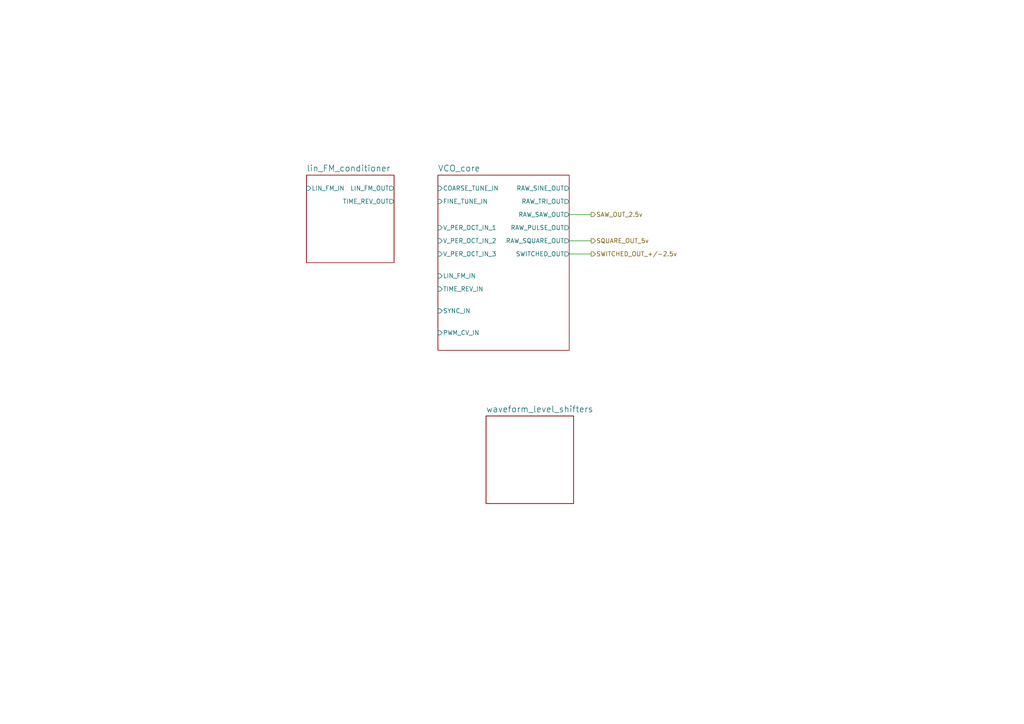
<source format=kicad_sch>
(kicad_sch (version 20211123) (generator eeschema)
  (paper "A4")
  (lib_symbols)
  (wire (pts (xy 165.1 69.85) (xy 171.45 69.85)))
  (wire (pts (xy 165.1 62.23) (xy 171.45 62.23)))
  (wire (pts (xy 165.1 73.66) (xy 171.45 73.66)))
  (hierarchical_label "SAW_OUT_2.5v" (shape output) (at 171.45 62.23 0))
  (hierarchical_label "SQUARE_OUT_5v" (shape output) (at 171.45 69.85 0))
  (hierarchical_label "SWITCHED_OUT_+{slash}-2.5v" (shape output) (at 171.45 73.66 0))
  (sheet (at 140.97 120.65) (size 25.4 25.4) (stroke (width 0.1524))
    (property "Sheet name" "waveform_level_shifters" (at 140.97 119.6984 0) (effects (font (size 1.75 1.75)) (justify left bottom)))
    (property "Sheet file" "waveform_level_shifters.kicad_sch" (effects hide))
  )
  (sheet (at 127 50.8) (size 38.1 50.8) (stroke (width 0.1524))
    (property "Sheet name" "VCO_core" (at 127 49.8484 0) (effects (font (size 1.75 1.75)) (justify left bottom)))
    (property "Sheet file" "VCO_core.kicad_sch" (effects hide))
    (pin "PWM_CV_IN" input (at 127 96.52 180))
    (pin "COARSE_TUNE_IN" input (at 127 54.61 180))
    (pin "FINE_TUNE_IN" input (at 127 58.42 180))
    (pin "TIME_REV_IN" input (at 127 83.82 180))
    (pin "LIN_FM_IN" input (at 127 80.01 180))
    (pin "RAW_SQUARE_OUT" output (at 165.1 69.85 0))
    (pin "RAW_SINE_OUT" output (at 165.1 54.61 0))
    (pin "RAW_PULSE_OUT" output (at 165.1 66.04 0))
    (pin "RAW_SAW_OUT" output (at 165.1 62.23 0))
    (pin "RAW_TRI_OUT" output (at 165.1 58.42 0))
    (pin "V_PER_OCT_IN_2" input (at 127 69.85 180))
    (pin "V_PER_OCT_IN_1" input (at 127 66.04 180))
    (pin "V_PER_OCT_IN_3" input (at 127 73.66 180))
    (pin "SYNC_IN" input (at 127 90.17 180))
    (pin "SWITCHED_OUT" output (at 165.1 73.66 0))
  )
  (sheet (at 88.9 50.8) (size 25.4 25.4) (stroke (width 0.1524))
    (property "Sheet name" "lin_FM_conditioner" (at 88.9 49.8484 0) (effects (font (size 1.75 1.75)) (justify left bottom)))
    (property "Sheet file" "lin_FM_conditioner.kicad_sch" (effects hide))
    (pin "LIN_FM_OUT" output (at 114.3 54.61 0))
    (pin "TIME_REV_OUT" output (at 114.3 58.42 0))
    (pin "LIN_FM_IN" input (at 88.9 54.61 180))
  )
)
</source>
